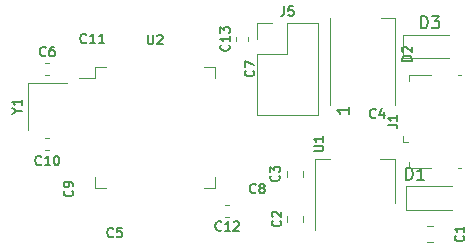
<source format=gbr>
%TF.GenerationSoftware,KiCad,Pcbnew,5.1.6+dfsg1-1*%
%TF.CreationDate,2020-06-20T13:40:11+08:00*%
%TF.ProjectId,stm32dev,73746d33-3264-4657-962e-6b696361645f,rev?*%
%TF.SameCoordinates,Original*%
%TF.FileFunction,Legend,Top*%
%TF.FilePolarity,Positive*%
%FSLAX46Y46*%
G04 Gerber Fmt 4.6, Leading zero omitted, Abs format (unit mm)*
G04 Created by KiCad (PCBNEW 5.1.6+dfsg1-1) date 2020-06-20 13:40:11*
%MOMM*%
%LPD*%
G01*
G04 APERTURE LIST*
%ADD10C,0.120000*%
%ADD11C,0.150000*%
G04 APERTURE END LIST*
D10*
%TO.C,D3*%
X169200000Y-89805000D02*
X173100000Y-89805000D01*
X169200000Y-91805000D02*
X173100000Y-91805000D01*
X169200000Y-89805000D02*
X169200000Y-91805000D01*
%TO.C,D1*%
X169454000Y-102632000D02*
X173354000Y-102632000D01*
X169454000Y-104632000D02*
X173354000Y-104632000D01*
X169454000Y-102632000D02*
X169454000Y-104632000D01*
%TO.C,C10*%
X139227779Y-98550000D02*
X138902221Y-98550000D01*
X139227779Y-99570000D02*
X138902221Y-99570000D01*
%TO.C,C6*%
X138902221Y-93220000D02*
X139227779Y-93220000D01*
X138902221Y-92200000D02*
X139227779Y-92200000D01*
%TO.C,C13*%
X155065000Y-90332779D02*
X155065000Y-90007221D01*
X156085000Y-90332779D02*
X156085000Y-90007221D01*
%TO.C,C12*%
X154142221Y-104265000D02*
X154467779Y-104265000D01*
X154142221Y-105285000D02*
X154467779Y-105285000D01*
%TO.C,D2*%
X162985000Y-95725000D02*
X162985000Y-88425000D01*
X168485000Y-95725000D02*
X168485000Y-88425000D01*
X168485000Y-88425000D02*
X167335000Y-88425000D01*
%TO.C,J5*%
X156785000Y-96580000D02*
X161985000Y-96580000D01*
X156785000Y-91440000D02*
X156785000Y-96580000D01*
X161985000Y-88840000D02*
X161985000Y-96580000D01*
X156785000Y-91440000D02*
X159385000Y-91440000D01*
X159385000Y-91440000D02*
X159385000Y-88840000D01*
X159385000Y-88840000D02*
X161985000Y-88840000D01*
X156785000Y-90170000D02*
X156785000Y-88840000D01*
X156785000Y-88840000D02*
X158115000Y-88840000D01*
%TO.C,J1*%
X169687500Y-101055000D02*
X169687500Y-100605000D01*
X171537500Y-101055000D02*
X169687500Y-101055000D01*
X174087500Y-93255000D02*
X173837500Y-93255000D01*
X174087500Y-101055000D02*
X173837500Y-101055000D01*
X171537500Y-93255000D02*
X169687500Y-93255000D01*
X169687500Y-93255000D02*
X169687500Y-93705000D01*
X169137500Y-98855000D02*
X169137500Y-98405000D01*
X169137500Y-98855000D02*
X169587500Y-98855000D01*
%TO.C,U1*%
X168510000Y-100325000D02*
X167250000Y-100325000D01*
X161690000Y-100325000D02*
X162950000Y-100325000D01*
X168510000Y-104085000D02*
X168510000Y-100325000D01*
X161690000Y-106335000D02*
X161690000Y-100325000D01*
%TO.C,C3*%
X159310000Y-101858578D02*
X159310000Y-101341422D01*
X160730000Y-101858578D02*
X160730000Y-101341422D01*
%TO.C,C2*%
X160730000Y-105151422D02*
X160730000Y-105668578D01*
X159310000Y-105151422D02*
X159310000Y-105668578D01*
%TO.C,C1*%
X171191422Y-105970000D02*
X171708578Y-105970000D01*
X171191422Y-107390000D02*
X171708578Y-107390000D01*
%TO.C,Y1*%
X140715000Y-93885000D02*
X137415000Y-93885000D01*
X137415000Y-93885000D02*
X137415000Y-97885000D01*
%TO.C,U2*%
X152325000Y-102775000D02*
X153275000Y-102775000D01*
X153275000Y-102775000D02*
X153275000Y-101825000D01*
X144005000Y-102775000D02*
X143055000Y-102775000D01*
X143055000Y-102775000D02*
X143055000Y-101825000D01*
X152325000Y-92555000D02*
X153275000Y-92555000D01*
X153275000Y-92555000D02*
X153275000Y-93505000D01*
X144005000Y-92555000D02*
X143055000Y-92555000D01*
X143055000Y-92555000D02*
X143055000Y-93505000D01*
X143055000Y-93505000D02*
X141715000Y-93505000D01*
%TO.C,D3*%
D11*
X170711904Y-89257380D02*
X170711904Y-88257380D01*
X170950000Y-88257380D01*
X171092857Y-88305000D01*
X171188095Y-88400238D01*
X171235714Y-88495476D01*
X171283333Y-88685952D01*
X171283333Y-88828809D01*
X171235714Y-89019285D01*
X171188095Y-89114523D01*
X171092857Y-89209761D01*
X170950000Y-89257380D01*
X170711904Y-89257380D01*
X171616666Y-88257380D02*
X172235714Y-88257380D01*
X171902380Y-88638333D01*
X172045238Y-88638333D01*
X172140476Y-88685952D01*
X172188095Y-88733571D01*
X172235714Y-88828809D01*
X172235714Y-89066904D01*
X172188095Y-89162142D01*
X172140476Y-89209761D01*
X172045238Y-89257380D01*
X171759523Y-89257380D01*
X171664285Y-89209761D01*
X171616666Y-89162142D01*
%TO.C,D1*%
X169441904Y-102084380D02*
X169441904Y-101084380D01*
X169680000Y-101084380D01*
X169822857Y-101132000D01*
X169918095Y-101227238D01*
X169965714Y-101322476D01*
X170013333Y-101512952D01*
X170013333Y-101655809D01*
X169965714Y-101846285D01*
X169918095Y-101941523D01*
X169822857Y-102036761D01*
X169680000Y-102084380D01*
X169441904Y-102084380D01*
X170965714Y-102084380D02*
X170394285Y-102084380D01*
X170680000Y-102084380D02*
X170680000Y-101084380D01*
X170584761Y-101227238D01*
X170489523Y-101322476D01*
X170394285Y-101370095D01*
%TO.C,C10*%
X138550714Y-100775714D02*
X138512619Y-100813809D01*
X138398333Y-100851904D01*
X138322142Y-100851904D01*
X138207857Y-100813809D01*
X138131666Y-100737619D01*
X138093571Y-100661428D01*
X138055476Y-100509047D01*
X138055476Y-100394761D01*
X138093571Y-100242380D01*
X138131666Y-100166190D01*
X138207857Y-100090000D01*
X138322142Y-100051904D01*
X138398333Y-100051904D01*
X138512619Y-100090000D01*
X138550714Y-100128095D01*
X139312619Y-100851904D02*
X138855476Y-100851904D01*
X139084047Y-100851904D02*
X139084047Y-100051904D01*
X139007857Y-100166190D01*
X138931666Y-100242380D01*
X138855476Y-100280476D01*
X139807857Y-100051904D02*
X139884047Y-100051904D01*
X139960238Y-100090000D01*
X139998333Y-100128095D01*
X140036428Y-100204285D01*
X140074523Y-100356666D01*
X140074523Y-100547142D01*
X140036428Y-100699523D01*
X139998333Y-100775714D01*
X139960238Y-100813809D01*
X139884047Y-100851904D01*
X139807857Y-100851904D01*
X139731666Y-100813809D01*
X139693571Y-100775714D01*
X139655476Y-100699523D01*
X139617380Y-100547142D01*
X139617380Y-100356666D01*
X139655476Y-100204285D01*
X139693571Y-100128095D01*
X139731666Y-100090000D01*
X139807857Y-100051904D01*
%TO.C,C6*%
X138931666Y-91565714D02*
X138893571Y-91603809D01*
X138779285Y-91641904D01*
X138703095Y-91641904D01*
X138588809Y-91603809D01*
X138512619Y-91527619D01*
X138474523Y-91451428D01*
X138436428Y-91299047D01*
X138436428Y-91184761D01*
X138474523Y-91032380D01*
X138512619Y-90956190D01*
X138588809Y-90880000D01*
X138703095Y-90841904D01*
X138779285Y-90841904D01*
X138893571Y-90880000D01*
X138931666Y-90918095D01*
X139617380Y-90841904D02*
X139465000Y-90841904D01*
X139388809Y-90880000D01*
X139350714Y-90918095D01*
X139274523Y-91032380D01*
X139236428Y-91184761D01*
X139236428Y-91489523D01*
X139274523Y-91565714D01*
X139312619Y-91603809D01*
X139388809Y-91641904D01*
X139541190Y-91641904D01*
X139617380Y-91603809D01*
X139655476Y-91565714D01*
X139693571Y-91489523D01*
X139693571Y-91299047D01*
X139655476Y-91222857D01*
X139617380Y-91184761D01*
X139541190Y-91146666D01*
X139388809Y-91146666D01*
X139312619Y-91184761D01*
X139274523Y-91222857D01*
X139236428Y-91299047D01*
%TO.C,C13*%
X154430714Y-90684285D02*
X154468809Y-90722380D01*
X154506904Y-90836666D01*
X154506904Y-90912857D01*
X154468809Y-91027142D01*
X154392619Y-91103333D01*
X154316428Y-91141428D01*
X154164047Y-91179523D01*
X154049761Y-91179523D01*
X153897380Y-91141428D01*
X153821190Y-91103333D01*
X153745000Y-91027142D01*
X153706904Y-90912857D01*
X153706904Y-90836666D01*
X153745000Y-90722380D01*
X153783095Y-90684285D01*
X154506904Y-89922380D02*
X154506904Y-90379523D01*
X154506904Y-90150952D02*
X153706904Y-90150952D01*
X153821190Y-90227142D01*
X153897380Y-90303333D01*
X153935476Y-90379523D01*
X153706904Y-89655714D02*
X153706904Y-89160476D01*
X154011666Y-89427142D01*
X154011666Y-89312857D01*
X154049761Y-89236666D01*
X154087857Y-89198571D01*
X154164047Y-89160476D01*
X154354523Y-89160476D01*
X154430714Y-89198571D01*
X154468809Y-89236666D01*
X154506904Y-89312857D01*
X154506904Y-89541428D01*
X154468809Y-89617619D01*
X154430714Y-89655714D01*
%TO.C,C12*%
X153790714Y-106330714D02*
X153752619Y-106368809D01*
X153638333Y-106406904D01*
X153562142Y-106406904D01*
X153447857Y-106368809D01*
X153371666Y-106292619D01*
X153333571Y-106216428D01*
X153295476Y-106064047D01*
X153295476Y-105949761D01*
X153333571Y-105797380D01*
X153371666Y-105721190D01*
X153447857Y-105645000D01*
X153562142Y-105606904D01*
X153638333Y-105606904D01*
X153752619Y-105645000D01*
X153790714Y-105683095D01*
X154552619Y-106406904D02*
X154095476Y-106406904D01*
X154324047Y-106406904D02*
X154324047Y-105606904D01*
X154247857Y-105721190D01*
X154171666Y-105797380D01*
X154095476Y-105835476D01*
X154857380Y-105683095D02*
X154895476Y-105645000D01*
X154971666Y-105606904D01*
X155162142Y-105606904D01*
X155238333Y-105645000D01*
X155276428Y-105683095D01*
X155314523Y-105759285D01*
X155314523Y-105835476D01*
X155276428Y-105949761D01*
X154819285Y-106406904D01*
X155314523Y-106406904D01*
%TO.C,C11*%
X142360714Y-90455714D02*
X142322619Y-90493809D01*
X142208333Y-90531904D01*
X142132142Y-90531904D01*
X142017857Y-90493809D01*
X141941666Y-90417619D01*
X141903571Y-90341428D01*
X141865476Y-90189047D01*
X141865476Y-90074761D01*
X141903571Y-89922380D01*
X141941666Y-89846190D01*
X142017857Y-89770000D01*
X142132142Y-89731904D01*
X142208333Y-89731904D01*
X142322619Y-89770000D01*
X142360714Y-89808095D01*
X143122619Y-90531904D02*
X142665476Y-90531904D01*
X142894047Y-90531904D02*
X142894047Y-89731904D01*
X142817857Y-89846190D01*
X142741666Y-89922380D01*
X142665476Y-89960476D01*
X143884523Y-90531904D02*
X143427380Y-90531904D01*
X143655952Y-90531904D02*
X143655952Y-89731904D01*
X143579761Y-89846190D01*
X143503571Y-89922380D01*
X143427380Y-89960476D01*
%TO.C,C9*%
X141155714Y-103003333D02*
X141193809Y-103041428D01*
X141231904Y-103155714D01*
X141231904Y-103231904D01*
X141193809Y-103346190D01*
X141117619Y-103422380D01*
X141041428Y-103460476D01*
X140889047Y-103498571D01*
X140774761Y-103498571D01*
X140622380Y-103460476D01*
X140546190Y-103422380D01*
X140470000Y-103346190D01*
X140431904Y-103231904D01*
X140431904Y-103155714D01*
X140470000Y-103041428D01*
X140508095Y-103003333D01*
X141231904Y-102622380D02*
X141231904Y-102470000D01*
X141193809Y-102393809D01*
X141155714Y-102355714D01*
X141041428Y-102279523D01*
X140889047Y-102241428D01*
X140584285Y-102241428D01*
X140508095Y-102279523D01*
X140470000Y-102317619D01*
X140431904Y-102393809D01*
X140431904Y-102546190D01*
X140470000Y-102622380D01*
X140508095Y-102660476D01*
X140584285Y-102698571D01*
X140774761Y-102698571D01*
X140850952Y-102660476D01*
X140889047Y-102622380D01*
X140927142Y-102546190D01*
X140927142Y-102393809D01*
X140889047Y-102317619D01*
X140850952Y-102279523D01*
X140774761Y-102241428D01*
%TO.C,C8*%
X156711666Y-103155714D02*
X156673571Y-103193809D01*
X156559285Y-103231904D01*
X156483095Y-103231904D01*
X156368809Y-103193809D01*
X156292619Y-103117619D01*
X156254523Y-103041428D01*
X156216428Y-102889047D01*
X156216428Y-102774761D01*
X156254523Y-102622380D01*
X156292619Y-102546190D01*
X156368809Y-102470000D01*
X156483095Y-102431904D01*
X156559285Y-102431904D01*
X156673571Y-102470000D01*
X156711666Y-102508095D01*
X157168809Y-102774761D02*
X157092619Y-102736666D01*
X157054523Y-102698571D01*
X157016428Y-102622380D01*
X157016428Y-102584285D01*
X157054523Y-102508095D01*
X157092619Y-102470000D01*
X157168809Y-102431904D01*
X157321190Y-102431904D01*
X157397380Y-102470000D01*
X157435476Y-102508095D01*
X157473571Y-102584285D01*
X157473571Y-102622380D01*
X157435476Y-102698571D01*
X157397380Y-102736666D01*
X157321190Y-102774761D01*
X157168809Y-102774761D01*
X157092619Y-102812857D01*
X157054523Y-102850952D01*
X157016428Y-102927142D01*
X157016428Y-103079523D01*
X157054523Y-103155714D01*
X157092619Y-103193809D01*
X157168809Y-103231904D01*
X157321190Y-103231904D01*
X157397380Y-103193809D01*
X157435476Y-103155714D01*
X157473571Y-103079523D01*
X157473571Y-102927142D01*
X157435476Y-102850952D01*
X157397380Y-102812857D01*
X157321190Y-102774761D01*
%TO.C,C7*%
X156495714Y-92843333D02*
X156533809Y-92881428D01*
X156571904Y-92995714D01*
X156571904Y-93071904D01*
X156533809Y-93186190D01*
X156457619Y-93262380D01*
X156381428Y-93300476D01*
X156229047Y-93338571D01*
X156114761Y-93338571D01*
X155962380Y-93300476D01*
X155886190Y-93262380D01*
X155810000Y-93186190D01*
X155771904Y-93071904D01*
X155771904Y-92995714D01*
X155810000Y-92881428D01*
X155848095Y-92843333D01*
X155771904Y-92576666D02*
X155771904Y-92043333D01*
X156571904Y-92386190D01*
%TO.C,C5*%
X144646666Y-106865714D02*
X144608571Y-106903809D01*
X144494285Y-106941904D01*
X144418095Y-106941904D01*
X144303809Y-106903809D01*
X144227619Y-106827619D01*
X144189523Y-106751428D01*
X144151428Y-106599047D01*
X144151428Y-106484761D01*
X144189523Y-106332380D01*
X144227619Y-106256190D01*
X144303809Y-106180000D01*
X144418095Y-106141904D01*
X144494285Y-106141904D01*
X144608571Y-106180000D01*
X144646666Y-106218095D01*
X145370476Y-106141904D02*
X144989523Y-106141904D01*
X144951428Y-106522857D01*
X144989523Y-106484761D01*
X145065714Y-106446666D01*
X145256190Y-106446666D01*
X145332380Y-106484761D01*
X145370476Y-106522857D01*
X145408571Y-106599047D01*
X145408571Y-106789523D01*
X145370476Y-106865714D01*
X145332380Y-106903809D01*
X145256190Y-106941904D01*
X145065714Y-106941904D01*
X144989523Y-106903809D01*
X144951428Y-106865714D01*
%TO.C,D2*%
X169906904Y-92030476D02*
X169106904Y-92030476D01*
X169106904Y-91840000D01*
X169145000Y-91725714D01*
X169221190Y-91649523D01*
X169297380Y-91611428D01*
X169449761Y-91573333D01*
X169564047Y-91573333D01*
X169716428Y-91611428D01*
X169792619Y-91649523D01*
X169868809Y-91725714D01*
X169906904Y-91840000D01*
X169906904Y-92030476D01*
X169183095Y-91268571D02*
X169145000Y-91230476D01*
X169106904Y-91154285D01*
X169106904Y-90963809D01*
X169145000Y-90887619D01*
X169183095Y-90849523D01*
X169259285Y-90811428D01*
X169335476Y-90811428D01*
X169449761Y-90849523D01*
X169906904Y-91306666D01*
X169906904Y-90811428D01*
X164587380Y-95939285D02*
X164587380Y-96510714D01*
X164587380Y-96225000D02*
X163587380Y-96225000D01*
X163730238Y-96320238D01*
X163825476Y-96415476D01*
X163873095Y-96510714D01*
%TO.C,J5*%
X159118333Y-87401904D02*
X159118333Y-87973333D01*
X159080238Y-88087619D01*
X159004047Y-88163809D01*
X158889761Y-88201904D01*
X158813571Y-88201904D01*
X159880238Y-87401904D02*
X159499285Y-87401904D01*
X159461190Y-87782857D01*
X159499285Y-87744761D01*
X159575476Y-87706666D01*
X159765952Y-87706666D01*
X159842142Y-87744761D01*
X159880238Y-87782857D01*
X159918333Y-87859047D01*
X159918333Y-88049523D01*
X159880238Y-88125714D01*
X159842142Y-88163809D01*
X159765952Y-88201904D01*
X159575476Y-88201904D01*
X159499285Y-88163809D01*
X159461190Y-88125714D01*
%TO.C,J1*%
X167899404Y-97421666D02*
X168470833Y-97421666D01*
X168585119Y-97459761D01*
X168661309Y-97535952D01*
X168699404Y-97650238D01*
X168699404Y-97726428D01*
X168699404Y-96621666D02*
X168699404Y-97078809D01*
X168699404Y-96850238D02*
X167899404Y-96850238D01*
X168013690Y-96926428D01*
X168089880Y-97002619D01*
X168127976Y-97078809D01*
%TO.C,U1*%
X161613904Y-99669523D02*
X162261523Y-99669523D01*
X162337714Y-99631428D01*
X162375809Y-99593333D01*
X162413904Y-99517142D01*
X162413904Y-99364761D01*
X162375809Y-99288571D01*
X162337714Y-99250476D01*
X162261523Y-99212380D01*
X161613904Y-99212380D01*
X162413904Y-98412380D02*
X162413904Y-98869523D01*
X162413904Y-98640952D02*
X161613904Y-98640952D01*
X161728190Y-98717142D01*
X161804380Y-98793333D01*
X161842476Y-98869523D01*
%TO.C,C4*%
X166871666Y-96805714D02*
X166833571Y-96843809D01*
X166719285Y-96881904D01*
X166643095Y-96881904D01*
X166528809Y-96843809D01*
X166452619Y-96767619D01*
X166414523Y-96691428D01*
X166376428Y-96539047D01*
X166376428Y-96424761D01*
X166414523Y-96272380D01*
X166452619Y-96196190D01*
X166528809Y-96120000D01*
X166643095Y-96081904D01*
X166719285Y-96081904D01*
X166833571Y-96120000D01*
X166871666Y-96158095D01*
X167557380Y-96348571D02*
X167557380Y-96881904D01*
X167366904Y-96043809D02*
X167176428Y-96615238D01*
X167671666Y-96615238D01*
%TO.C,C3*%
X158655714Y-101733333D02*
X158693809Y-101771428D01*
X158731904Y-101885714D01*
X158731904Y-101961904D01*
X158693809Y-102076190D01*
X158617619Y-102152380D01*
X158541428Y-102190476D01*
X158389047Y-102228571D01*
X158274761Y-102228571D01*
X158122380Y-102190476D01*
X158046190Y-102152380D01*
X157970000Y-102076190D01*
X157931904Y-101961904D01*
X157931904Y-101885714D01*
X157970000Y-101771428D01*
X158008095Y-101733333D01*
X157931904Y-101466666D02*
X157931904Y-100971428D01*
X158236666Y-101238095D01*
X158236666Y-101123809D01*
X158274761Y-101047619D01*
X158312857Y-101009523D01*
X158389047Y-100971428D01*
X158579523Y-100971428D01*
X158655714Y-101009523D01*
X158693809Y-101047619D01*
X158731904Y-101123809D01*
X158731904Y-101352380D01*
X158693809Y-101428571D01*
X158655714Y-101466666D01*
%TO.C,C2*%
X158781714Y-105543333D02*
X158819809Y-105581428D01*
X158857904Y-105695714D01*
X158857904Y-105771904D01*
X158819809Y-105886190D01*
X158743619Y-105962380D01*
X158667428Y-106000476D01*
X158515047Y-106038571D01*
X158400761Y-106038571D01*
X158248380Y-106000476D01*
X158172190Y-105962380D01*
X158096000Y-105886190D01*
X158057904Y-105771904D01*
X158057904Y-105695714D01*
X158096000Y-105581428D01*
X158134095Y-105543333D01*
X158134095Y-105238571D02*
X158096000Y-105200476D01*
X158057904Y-105124285D01*
X158057904Y-104933809D01*
X158096000Y-104857619D01*
X158134095Y-104819523D01*
X158210285Y-104781428D01*
X158286476Y-104781428D01*
X158400761Y-104819523D01*
X158857904Y-105276666D01*
X158857904Y-104781428D01*
%TO.C,C1*%
X174275714Y-106813333D02*
X174313809Y-106851428D01*
X174351904Y-106965714D01*
X174351904Y-107041904D01*
X174313809Y-107156190D01*
X174237619Y-107232380D01*
X174161428Y-107270476D01*
X174009047Y-107308571D01*
X173894761Y-107308571D01*
X173742380Y-107270476D01*
X173666190Y-107232380D01*
X173590000Y-107156190D01*
X173551904Y-107041904D01*
X173551904Y-106965714D01*
X173590000Y-106851428D01*
X173628095Y-106813333D01*
X174351904Y-106051428D02*
X174351904Y-106508571D01*
X174351904Y-106280000D02*
X173551904Y-106280000D01*
X173666190Y-106356190D01*
X173742380Y-106432380D01*
X173780476Y-106508571D01*
%TO.C,Y1*%
X136505952Y-96265952D02*
X136886904Y-96265952D01*
X136086904Y-96532619D02*
X136505952Y-96265952D01*
X136086904Y-95999285D01*
X136886904Y-95313571D02*
X136886904Y-95770714D01*
X136886904Y-95542142D02*
X136086904Y-95542142D01*
X136201190Y-95618333D01*
X136277380Y-95694523D01*
X136315476Y-95770714D01*
%TO.C,U2*%
X147555476Y-89826904D02*
X147555476Y-90474523D01*
X147593571Y-90550714D01*
X147631666Y-90588809D01*
X147707857Y-90626904D01*
X147860238Y-90626904D01*
X147936428Y-90588809D01*
X147974523Y-90550714D01*
X148012619Y-90474523D01*
X148012619Y-89826904D01*
X148355476Y-89903095D02*
X148393571Y-89865000D01*
X148469761Y-89826904D01*
X148660238Y-89826904D01*
X148736428Y-89865000D01*
X148774523Y-89903095D01*
X148812619Y-89979285D01*
X148812619Y-90055476D01*
X148774523Y-90169761D01*
X148317380Y-90626904D01*
X148812619Y-90626904D01*
%TD*%
M02*

</source>
